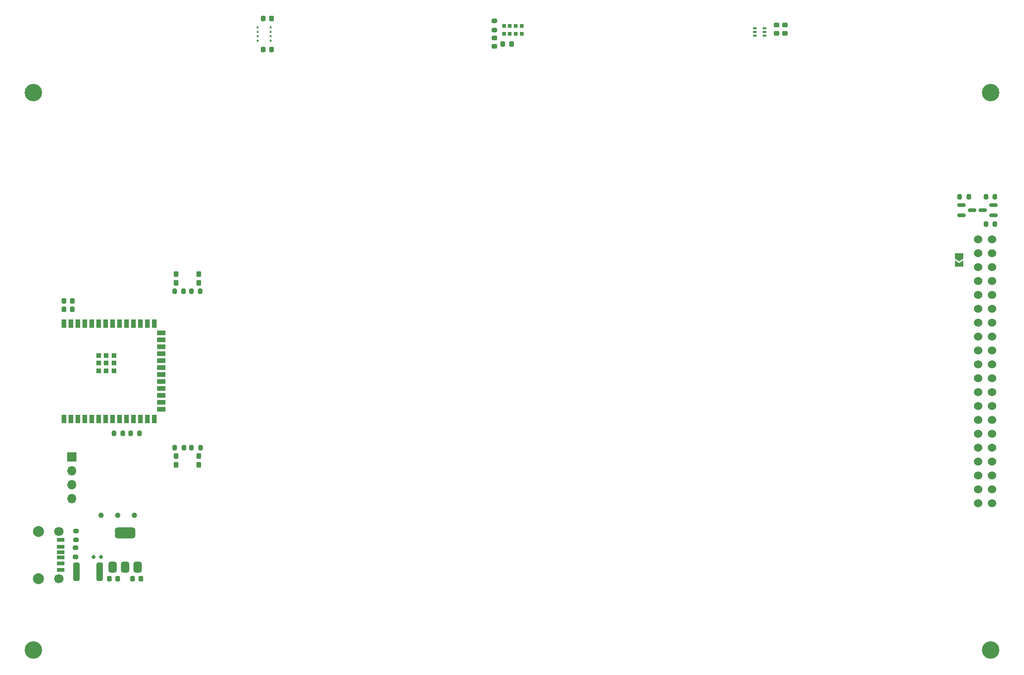
<source format=gbr>
%TF.GenerationSoftware,KiCad,Pcbnew,8.0.9*%
%TF.CreationDate,2025-09-12T10:49:09+02:00*%
%TF.ProjectId,iot_weatherstation_full_vcut,696f745f-7765-4617-9468-657273746174,rev?*%
%TF.SameCoordinates,Original*%
%TF.FileFunction,Soldermask,Bot*%
%TF.FilePolarity,Negative*%
%FSLAX46Y46*%
G04 Gerber Fmt 4.6, Leading zero omitted, Abs format (unit mm)*
G04 Created by KiCad (PCBNEW 8.0.9) date 2025-09-12 10:49:09*
%MOMM*%
%LPD*%
G01*
G04 APERTURE LIST*
G04 Aperture macros list*
%AMRoundRect*
0 Rectangle with rounded corners*
0 $1 Rounding radius*
0 $2 $3 $4 $5 $6 $7 $8 $9 X,Y pos of 4 corners*
0 Add a 4 corners polygon primitive as box body*
4,1,4,$2,$3,$4,$5,$6,$7,$8,$9,$2,$3,0*
0 Add four circle primitives for the rounded corners*
1,1,$1+$1,$2,$3*
1,1,$1+$1,$4,$5*
1,1,$1+$1,$6,$7*
1,1,$1+$1,$8,$9*
0 Add four rect primitives between the rounded corners*
20,1,$1+$1,$2,$3,$4,$5,0*
20,1,$1+$1,$4,$5,$6,$7,0*
20,1,$1+$1,$6,$7,$8,$9,0*
20,1,$1+$1,$8,$9,$2,$3,0*%
%AMFreePoly0*
4,1,6,1.000000,0.000000,0.500000,-0.750000,-0.500000,-0.750000,-0.500000,0.750000,0.500000,0.750000,1.000000,0.000000,1.000000,0.000000,$1*%
%AMFreePoly1*
4,1,6,0.500000,-0.750000,-0.650000,-0.750000,-0.150000,0.000000,-0.650000,0.750000,0.500000,0.750000,0.500000,-0.750000,0.500000,-0.750000,$1*%
G04 Aperture macros list end*
%ADD10C,3.200000*%
%ADD11C,1.524000*%
%ADD12RoundRect,0.200000X-0.275000X0.200000X-0.275000X-0.200000X0.275000X-0.200000X0.275000X0.200000X0*%
%ADD13RoundRect,0.225000X-0.225000X-0.250000X0.225000X-0.250000X0.225000X0.250000X-0.225000X0.250000X0*%
%ADD14RoundRect,0.200000X0.200000X0.275000X-0.200000X0.275000X-0.200000X-0.275000X0.200000X-0.275000X0*%
%ADD15RoundRect,0.225000X0.225000X0.275000X-0.225000X0.275000X-0.225000X-0.275000X0.225000X-0.275000X0*%
%ADD16RoundRect,0.200000X-0.200000X-0.275000X0.200000X-0.275000X0.200000X0.275000X-0.200000X0.275000X0*%
%ADD17RoundRect,0.225000X0.225000X0.250000X-0.225000X0.250000X-0.225000X-0.250000X0.225000X-0.250000X0*%
%ADD18RoundRect,0.200000X0.275000X-0.200000X0.275000X0.200000X-0.275000X0.200000X-0.275000X-0.200000X0*%
%ADD19RoundRect,0.150000X0.587500X0.150000X-0.587500X0.150000X-0.587500X-0.150000X0.587500X-0.150000X0*%
%ADD20R,1.400000X0.700000*%
%ADD21R,1.400000X0.760000*%
%ADD22R,1.400000X0.800000*%
%ADD23C,2.010000*%
%ADD24C,1.700000*%
%ADD25R,0.725000X0.700000*%
%ADD26C,1.000000*%
%ADD27RoundRect,0.375000X0.375000X-0.625000X0.375000X0.625000X-0.375000X0.625000X-0.375000X-0.625000X0*%
%ADD28RoundRect,0.500000X1.400000X-0.500000X1.400000X0.500000X-1.400000X0.500000X-1.400000X-0.500000X0*%
%ADD29R,0.900000X1.500000*%
%ADD30R,1.500000X0.900000*%
%ADD31R,0.900000X0.900000*%
%ADD32R,0.650000X0.300000*%
%ADD33RoundRect,0.225000X-0.250000X0.225000X-0.250000X-0.225000X0.250000X-0.225000X0.250000X0.225000X0*%
%ADD34RoundRect,0.150000X0.150000X0.200000X-0.150000X0.200000X-0.150000X-0.200000X0.150000X-0.200000X0*%
%ADD35RoundRect,0.100000X0.100000X0.100000X-0.100000X0.100000X-0.100000X-0.100000X0.100000X-0.100000X0*%
%ADD36RoundRect,0.225000X-0.225000X-0.275000X0.225000X-0.275000X0.225000X0.275000X-0.225000X0.275000X0*%
%ADD37RoundRect,0.150000X-0.587500X-0.150000X0.587500X-0.150000X0.587500X0.150000X-0.587500X0.150000X0*%
%ADD38RoundRect,0.250000X0.312500X1.450000X-0.312500X1.450000X-0.312500X-1.450000X0.312500X-1.450000X0*%
%ADD39FreePoly0,270.000000*%
%ADD40FreePoly1,270.000000*%
%ADD41R,1.700000X1.700000*%
%ADD42O,1.700000X1.700000*%
%ADD43RoundRect,0.225000X0.250000X-0.225000X0.250000X0.225000X-0.250000X0.225000X-0.250000X-0.225000X0*%
G04 APERTURE END LIST*
D10*
%TO.C,U4*%
X132310000Y-123070000D03*
X132310000Y-225070000D03*
X307310000Y-123070000D03*
X307310000Y-225070000D03*
D11*
X307534400Y-149956800D03*
X307534400Y-152496800D03*
X307534400Y-155036800D03*
X307534400Y-157576800D03*
X307534400Y-160116800D03*
X307534400Y-162656800D03*
X307534400Y-165196800D03*
X307534400Y-167736800D03*
X307534400Y-170276800D03*
X307534400Y-172816800D03*
X307534400Y-175356800D03*
X307534400Y-177896800D03*
X307534400Y-180436800D03*
X307534400Y-182976800D03*
X307534400Y-185516800D03*
X307534400Y-188056800D03*
X307534400Y-190596800D03*
X307534400Y-193136800D03*
X307534400Y-195676800D03*
X307534400Y-198216800D03*
X304994400Y-198216800D03*
X304994400Y-195676800D03*
X304994400Y-193136800D03*
X304994400Y-190596800D03*
X304994400Y-188056800D03*
X304994400Y-185516800D03*
X304994400Y-182976800D03*
X304994400Y-180436800D03*
X304994400Y-177896800D03*
X304994400Y-175356800D03*
X304994400Y-172816800D03*
X304994400Y-170276800D03*
X304994400Y-167736800D03*
X304994400Y-165196800D03*
X304994400Y-162656800D03*
X304994400Y-160116800D03*
X304994400Y-157576800D03*
X304994400Y-155036800D03*
X304994400Y-152496800D03*
X304994400Y-149956800D03*
%TD*%
D12*
%TO.C,R11*%
X140095903Y-206363200D03*
X140095903Y-208013200D03*
%TD*%
D13*
%TO.C,C5*%
X146202400Y-212013800D03*
X147752400Y-212013800D03*
%TD*%
D14*
%TO.C,R9*%
X303288200Y-142113000D03*
X301638200Y-142113000D03*
%TD*%
D15*
%TO.C,SW1*%
X162560000Y-157873600D03*
X158460000Y-157873600D03*
X162560000Y-156273600D03*
X158460000Y-156273600D03*
%TD*%
D16*
%TO.C,R6*%
X147077000Y-185407000D03*
X148727000Y-185407000D03*
%TD*%
D13*
%TO.C,C7*%
X174311763Y-115185585D03*
X175861763Y-115185585D03*
%TD*%
%TO.C,C6*%
X150444200Y-212013800D03*
X151994200Y-212013800D03*
%TD*%
D17*
%TO.C,C3*%
X219704718Y-114248404D03*
X218154718Y-114248404D03*
%TD*%
D16*
%TO.C,R1*%
X161221200Y-159385000D03*
X162871200Y-159385000D03*
%TD*%
D18*
%TO.C,R10*%
X140131800Y-204927200D03*
X140131800Y-203277200D03*
%TD*%
D16*
%TO.C,R4*%
X158203000Y-188061600D03*
X159853000Y-188061600D03*
%TD*%
D17*
%TO.C,C1*%
X139482200Y-162724800D03*
X137932200Y-162724800D03*
%TD*%
D19*
%TO.C,Q1*%
X307744100Y-143677600D03*
X307744100Y-145577600D03*
X305869100Y-144627600D03*
%TD*%
D20*
%TO.C,J1*%
X137338400Y-208143000D03*
D21*
X137338400Y-206123000D03*
D22*
X137338400Y-204893000D03*
D20*
X137338400Y-207143000D03*
D21*
X137338400Y-209163000D03*
D22*
X137338400Y-210393000D03*
D23*
X133248400Y-211963000D03*
D24*
X137048400Y-211963000D03*
D23*
X133248400Y-203323000D03*
D24*
X137048400Y-203323000D03*
%TD*%
D25*
%TO.C,IC2*%
X221555291Y-112309414D03*
X220480291Y-112309414D03*
X219405291Y-112309414D03*
X218330291Y-112309414D03*
X218330291Y-110909414D03*
X219405291Y-110909414D03*
X220480291Y-110909414D03*
X221555291Y-110909414D03*
%TD*%
D26*
%TO.C,TP1*%
X144729200Y-200431400D03*
%TD*%
D27*
%TO.C,U1*%
X151398900Y-209906000D03*
X149098900Y-209906000D03*
D28*
X149098900Y-203606000D03*
D27*
X146798900Y-209906000D03*
%TD*%
D29*
%TO.C,IC1*%
X137945200Y-165316200D03*
X139215200Y-165316200D03*
X140485200Y-165316200D03*
X141755200Y-165316200D03*
X143025200Y-165316200D03*
X144295200Y-165316200D03*
X145565200Y-165316200D03*
X146835200Y-165316200D03*
X148105200Y-165316200D03*
X149375200Y-165316200D03*
X150645200Y-165316200D03*
X151915200Y-165316200D03*
X153185200Y-165316200D03*
X154455200Y-165316200D03*
D30*
X155705200Y-167081200D03*
X155705200Y-168351200D03*
X155705200Y-169621200D03*
X155705200Y-170891200D03*
X155705200Y-172161200D03*
X155705200Y-173431200D03*
X155705200Y-174701200D03*
X155705200Y-175971200D03*
X155705200Y-177241200D03*
X155705200Y-178511200D03*
X155705200Y-179781200D03*
X155705200Y-181051200D03*
D29*
X154455200Y-182816200D03*
X153185200Y-182816200D03*
X151915200Y-182816200D03*
X150645200Y-182816200D03*
X149375200Y-182816200D03*
X148105200Y-182816200D03*
X146835200Y-182816200D03*
X145565200Y-182816200D03*
X144295200Y-182816200D03*
X143025200Y-182816200D03*
X141755200Y-182816200D03*
X140485200Y-182816200D03*
X139215200Y-182816200D03*
X137945200Y-182816200D03*
D31*
X145665200Y-172566200D03*
X144265200Y-172566200D03*
X144265200Y-171166200D03*
X145665200Y-171166200D03*
X147065200Y-171166200D03*
X147065200Y-172566200D03*
X147065200Y-173966200D03*
X145665200Y-173966200D03*
X144265200Y-173966200D03*
%TD*%
D32*
%TO.C,U3*%
X265980669Y-111364015D03*
X265980669Y-112014015D03*
X265980669Y-112664015D03*
X264180669Y-112664015D03*
X264180669Y-112014015D03*
X264180669Y-111364015D03*
%TD*%
D33*
%TO.C,C10*%
X269676570Y-110703088D03*
X269676570Y-112253088D03*
%TD*%
D34*
%TO.C,D6*%
X143332903Y-208001000D03*
X144732903Y-208001000D03*
%TD*%
D17*
%TO.C,C2*%
X139482200Y-161188400D03*
X137932200Y-161188400D03*
%TD*%
D35*
%TO.C,U2*%
X173334411Y-111188144D03*
X173334411Y-111988144D03*
X173334411Y-112788144D03*
X173334411Y-113588144D03*
X175734411Y-113588144D03*
X175734411Y-112788144D03*
X175734411Y-111988144D03*
X175734411Y-111188144D03*
%TD*%
D16*
%TO.C,R7*%
X306413400Y-147142200D03*
X308063400Y-147142200D03*
%TD*%
D36*
%TO.C,SW2*%
X158452600Y-189573000D03*
X162552600Y-189573000D03*
X158452600Y-191173000D03*
X162552600Y-191173000D03*
%TD*%
D14*
%TO.C,R8*%
X308063400Y-142113000D03*
X306413400Y-142113000D03*
%TD*%
%TO.C,R5*%
X151749600Y-185407000D03*
X150099600Y-185407000D03*
%TD*%
D37*
%TO.C,Q2*%
X301968000Y-145566400D03*
X301968000Y-143666400D03*
X303843000Y-144616400D03*
%TD*%
D18*
%TO.C,R15*%
X216631702Y-111650721D03*
X216631702Y-110000721D03*
%TD*%
D33*
%TO.C,C9*%
X268146539Y-110703478D03*
X268146539Y-112253478D03*
%TD*%
D38*
%TO.C,F2*%
X144468603Y-210769600D03*
X140193603Y-210769600D03*
%TD*%
D16*
%TO.C,R2*%
X161239200Y-188061600D03*
X162889200Y-188061600D03*
%TD*%
D39*
%TO.C,JP1*%
X301472600Y-152984200D03*
D40*
X301472600Y-154434200D03*
%TD*%
D26*
%TO.C,TP3*%
X150829200Y-200431400D03*
%TD*%
D41*
%TO.C,J2*%
X139395200Y-189738000D03*
D42*
X139395200Y-192278000D03*
X139395200Y-194818000D03*
X139395200Y-197358000D03*
%TD*%
D26*
%TO.C,TP2*%
X147779200Y-200431400D03*
%TD*%
D43*
%TO.C,C4*%
X216632342Y-114622561D03*
X216632342Y-113072561D03*
%TD*%
D16*
%TO.C,R3*%
X158173200Y-159385000D03*
X159823200Y-159385000D03*
%TD*%
D17*
%TO.C,C8*%
X175862866Y-109573267D03*
X174312866Y-109573267D03*
%TD*%
M02*

</source>
